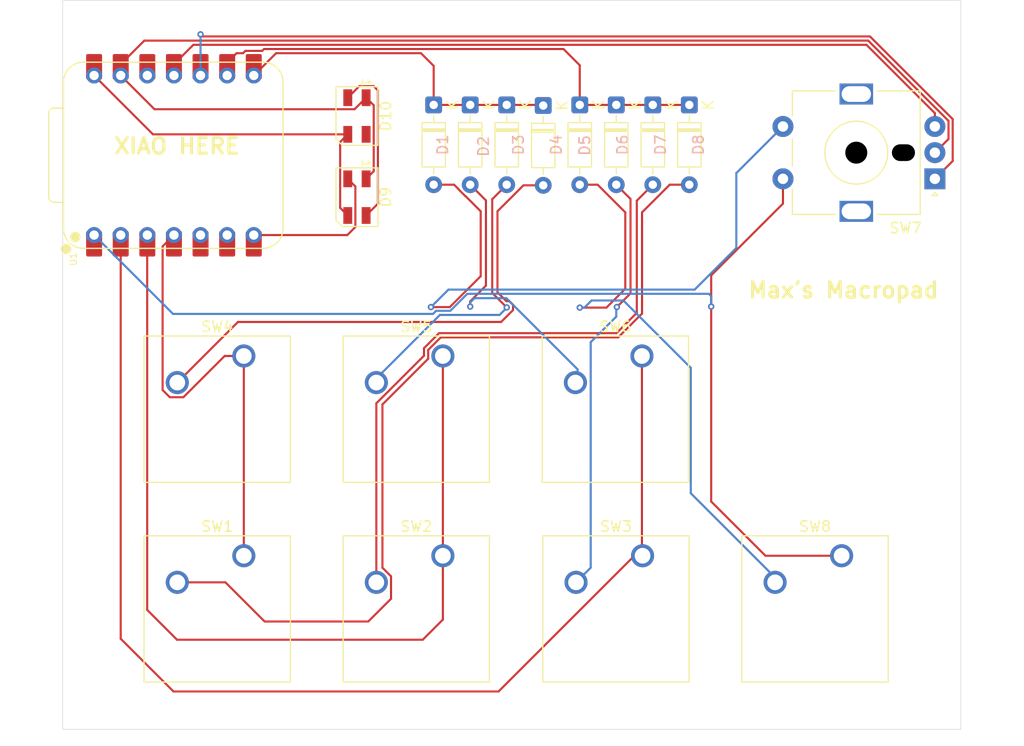
<source format=kicad_pcb>
(kicad_pcb (version 20241229) (generator "pcbnew") (generator_version "9.0")
  (layers (0 "F.Cu" signal) (2 "B.Cu" signal) (13 "F.Paste" user) (15 "B.Paste" user) (5 "F.SilkS" user "F.Silkscreen") (7 "B.SilkS" user "B.Silkscreen") (1 "F.Mask" user) (3 "B.Mask" user) (25 "Edge.Cuts" user))
  (net 0 "")
  (net 1 "Net-(D1-K)")
  (net 2 "Net-(D1-A)")
  (net 3 "Net-(D2-A)")
  (net 4 "Net-(D3-A)")
  (net 5 "Net-(D4-A)")
  (net 6 "Net-(D5-K)")
  (net 7 "Net-(D5-A)")
  (net 8 "Net-(D6-A)")
  (net 9 "Net-(D7-A)")
  (net 10 "Net-(D8-A)")
  (net 11 "Net-(D10-DIN)")
  (net 12 "Net-(D9-DIN)")
  (net 13 "GND")
  (net 14 "+5V")
  (net 16 "Net-(U1-GPIO29{slash}ADC3{slash}A3)")
  (net 17 "Net-(U1-GPIO28{slash}ADC2{slash}A2)")
  (net 18 "Net-(U1-GPIO27{slash}ADC1{slash}A1)")
  (net 19 "Net-(U1-GPIO4{slash}MISO)")
  (net 20 "Net-(U1-GPIO26{slash}ADC0{slash}A0)")
  (net 21 "Net-(U1-GPIO3{slash}MOSI)")
  (footprint "Button_Switch_Keyboard:SW_Cherry_MX_1.00u_PCB" (layer "F.Cu") (at 35.29 68)
    (property "Reference" "SW1" (at -2.54 -2.794 0) (layer "F.SilkS"))
    (property "Value" "SW_Push")
    (fp_line (start -9.525 -1.905) (end 4.445 -1.905) (stroke (width 0.12)) (layer "F.SilkS"))
    (fp_line (start -9.525 12.065) (end -9.525 -1.905) (stroke (width 0.12)) (layer "F.SilkS"))
    (fp_line (start 4.445 -1.905) (end 4.445 12.065) (stroke (width 0.12)) (layer "F.SilkS"))
    (fp_line (start 4.445 12.065) (end -9.525 12.065) (stroke (width 0.12)) (layer "F.SilkS"))
    (pad "" np_thru_hole circle (at -7.62 5.08) (size 1.7 1.7) (drill 1.7) (layers "*.Cu" "*.Mask"))
    (pad "" np_thru_hole circle (at -2.54 5.08) (size 4 4) (drill 4) (layers "*.Cu" "*.Mask"))
    (pad "" np_thru_hole circle (at 2.54 5.08) (size 1.7 1.7) (drill 1.7) (layers "*.Cu" "*.Mask"))
    (pad "1" thru_hole circle (at 0 0) (size 2.2 2.2) (drill 1.5) (layers "*.Cu" "*.Mask") (net 16 "Net-(U1-GPIO29{slash}ADC3{slash}A3)"))
    (pad "2" thru_hole circle (at -6.35 2.54) (size 2.2 2.2) (drill 1.5) (layers "*.Cu" "*.Mask") (net 2 "Net-(D1-A)"))
  )
  (footprint "MountingHole:MountingHole_3.2mm_M3" (layer "F.Cu") (at 100.3 59.9)
    (property "Reference" "REF**" (hide yes))
    (property "Value" "MountingHole_3.2mm_M3")
    (pad "" np_thru_hole circle (at 0 0) (size 3.2 3.2) (drill 3.2) (layers "*.Cu" "*.Mask"))
  )
  (footprint "LED_SMD:LED_SK6812MINI_PLCC4_3.5x3.5mm_P1.75mm" (layer "F.Cu") (at 46.0875 26 -90)
    (property "Reference" "D10" (at 0 -2.75 90) (layer "F.SilkS"))
    (property "Value" "SK6812")
    (fp_line (start -2.8 2) (end 2.2 2) (stroke (width 0.12)) (layer "F.SilkS"))
    (fp_line (start 2.8 1.4) (end 2.2 2) (stroke (width 0.12)) (layer "F.SilkS"))
    (fp_line (start 2.8 1.4) (end 2.8 -2) (stroke (width 0.12)) (layer "F.SilkS"))
    (fp_line (start -2.8 -2) (end -2.8 2) (stroke (width 0.12)) (layer "F.SilkS"))
    (fp_line (start -2.8 -2) (end 2.8 -2) (stroke (width 0.12)) (layer "F.SilkS"))
    (fp_text user "1" (at -3.2 -0.875 270) (layer "F.SilkS") (effects (font (size 0.8 0.8))))
    (pad "1" smd rect (at -1.75 -0.875 270) (size 1.6 0.85) (layers "F.Cu" "F.Mask" "F.Paste") (net 13 "GND"))
    (pad "2" smd rect (at -1.75 0.875 270) (size 1.6 0.85) (layers "F.Cu" "F.Mask" "F.Paste") (net 11 "Net-(D10-DIN)"))
    (pad "3" smd rect (at 1.75 0.875 270) (size 1.6 0.85) (layers "F.Cu" "F.Mask" "F.Paste") (net 14 "+5V"))
    (pad "4" smd rect (at 1.75 -0.875 270) (size 1.6 0.85) (layers "F.Cu" "F.Mask" "F.Paste"))
  )
  (footprint "Diode_THT:D_DO-35_SOD27_P7.62mm_Horizontal" (layer "F.Cu") (at 70.841071 24.94 -90)
    (property "Reference" "D3" (at 3.81 9.34 90) (layer "B.SilkS"))
    (property "Value" "1N4148" (hide yes))
    (fp_line (start 1.04 0) (end 1.69 0) (stroke (width 0.12)) (layer "F.SilkS"))
    (fp_line (start 6.58 0) (end 5.93 0) (stroke (width 0.12)) (layer "F.SilkS"))
    (fp_line (start 2.29 -1.12) (end 2.29 1.12) (stroke (width 0.12)) (layer "F.SilkS"))
    (fp_line (start 2.41 -1.12) (end 2.41 1.12) (stroke (width 0.12)) (layer "F.SilkS"))
    (fp_line (start 2.53 -1.12) (end 2.53 1.12) (stroke (width 0.12)) (layer "F.SilkS"))
    (fp_rect (start 1.69 -1.12) (end 5.93 1.12) (stroke (width 0.12)) (fill no) (layer "F.SilkS"))
    (fp_text user "K" (at 0 -1.8 90) (layer "F.SilkS"))
    (pad "1" thru_hole roundrect (at 0 0 270) (size 1.6 1.6) (drill 0.8) (layers "*.Cu" "*.Mask") (roundrect_rratio 0.15625) (net 1 "Net-(D1-K)"))
    (pad "2" thru_hole circle (at 7.62 0 270) (size 1.6 1.6) (drill 0.8) (layers "*.Cu" "*.Mask") (net 4 "Net-(D3-A)"))
  )
  (footprint "Button_Switch_Keyboard:SW_Cherry_MX_1.00u_PCB" (layer "F.Cu") (at 54.29 48.92)
    (property "Reference" "SW5" (at -2.54 -2.794 0) (layer "F.SilkS"))
    (property "Value" "SW_Push")
    (fp_line (start -9.525 -1.905) (end 4.445 -1.905) (stroke (width 0.12)) (layer "F.SilkS"))
    (fp_line (start -9.525 12.065) (end -9.525 -1.905) (stroke (width 0.12)) (layer "F.SilkS"))
    (fp_line (start 4.445 -1.905) (end 4.445 12.065) (stroke (width 0.12)) (layer "F.SilkS"))
    (fp_line (start 4.445 12.065) (end -9.525 12.065) (stroke (width 0.12)) (layer "F.SilkS"))
    (pad "" np_thru_hole circle (at -7.62 5.08) (size 1.7 1.7) (drill 1.7) (layers "*.Cu" "*.Mask"))
    (pad "" np_thru_hole circle (at -2.54 5.08) (size 4 4) (drill 4) (layers "*.Cu" "*.Mask"))
    (pad "" np_thru_hole circle (at 2.54 5.08) (size 1.7 1.7) (drill 1.7) (layers "*.Cu" "*.Mask"))
    (pad "1" thru_hole circle (at 0 0) (size 2.2 2.2) (drill 1.5) (layers "*.Cu" "*.Mask") (net 17 "Net-(U1-GPIO28{slash}ADC2{slash}A2)"))
    (pad "2" thru_hole circle (at -6.35 2.54) (size 2.2 2.2) (drill 1.5) (layers "*.Cu" "*.Mask") (net 8 "Net-(D6-A)"))
  )
  (footprint "Button_Switch_Keyboard:SW_Cherry_MX_1.00u_PCB" (layer "F.Cu") (at 54.29 68)
    (property "Reference" "SW2" (at -2.54 -2.794 0) (layer "F.SilkS"))
    (property "Value" "SW_Push")
    (fp_line (start -9.525 -1.905) (end 4.445 -1.905) (stroke (width 0.12)) (layer "F.SilkS"))
    (fp_line (start -9.525 12.065) (end -9.525 -1.905) (stroke (width 0.12)) (layer "F.SilkS"))
    (fp_line (start 4.445 -1.905) (end 4.445 12.065) (stroke (width 0.12)) (layer "F.SilkS"))
    (fp_line (start 4.445 12.065) (end -9.525 12.065) (stroke (width 0.12)) (layer "F.SilkS"))
    (pad "" np_thru_hole circle (at -7.62 5.08) (size 1.7 1.7) (drill 1.7) (layers "*.Cu" "*.Mask"))
    (pad "" np_thru_hole circle (at -2.54 5.08) (size 4 4) (drill 4) (layers "*.Cu" "*.Mask"))
    (pad "" np_thru_hole circle (at 2.54 5.08) (size 1.7 1.7) (drill 1.7) (layers "*.Cu" "*.Mask"))
    (pad "1" thru_hole circle (at 0 0) (size 2.2 2.2) (drill 1.5) (layers "*.Cu" "*.Mask") (net 17 "Net-(U1-GPIO28{slash}ADC2{slash}A2)"))
    (pad "2" thru_hole circle (at -6.35 2.54) (size 2.2 2.2) (drill 1.5) (layers "*.Cu" "*.Mask") (net 3 "Net-(D2-A)"))
  )
  (footprint "Seeed Studio XIAO Series Library:XIAO-RP2040-DIP" (layer "F.Cu") (at 28.62 29.75 90)
    (property "Reference" "U1" (at -9.93 -9.6 90) (layer "F.SilkS") (effects (font (size 0.635 0.635) (thickness 0.1016))))
    (property "Value" "XIAO-RP2040-DIP")
    (fp_line (start -3.991272 -11.951) (end 4.004 -11.951) (stroke (width 0.127)) (layer "F.SilkS"))
    (fp_line (start 4.504 -11.451) (end 4.504 -10.541) (stroke (width 0.127)) (layer "F.SilkS"))
    (fp_line (start 6.985 -10.541) (end -6.985 -10.541) (stroke (width 0.1)) (layer "F.SilkS"))
    (fp_line (start 6.985 -10.541) (end -6.985 -10.541) (stroke (width 0.127)) (layer "F.SilkS"))
    (fp_line (start -4.495 -10.541) (end -4.491272 -11.451272) (stroke (width 0.127)) (layer "F.SilkS"))
    (fp_line (start 8.89 8.509) (end 8.89 -8.636) (stroke (width 0.127)) (layer "F.SilkS"))
    (fp_line (start -8.89 8.509) (end -8.89 -8.636) (stroke (width 0.127)) (layer "F.SilkS"))
    (fp_line (start -6.985 10.414) (end 6.985 10.414) (stroke (width 0.127)) (layer "F.SilkS"))
    (fp_arc (start 4.004 -11.951) (mid 4.357553 -11.804553) (end 4.504 -11.451) (stroke (width 0.127)) (layer "F.SilkS"))
    (fp_arc (start -4.491272 -11.451272) (mid -4.344728 -11.80464) (end -3.991272 -11.951) (stroke (width 0.127)) (layer "F.SilkS"))
    (fp_arc (start 6.985 -10.541) (mid 8.332038 -9.983038) (end 8.89 -8.636) (stroke (width 0.127)) (layer "F.SilkS"))
    (fp_arc (start -8.89 -8.636) (mid -8.332038 -9.983038) (end -6.985 -10.541) (stroke (width 0.127)) (layer "F.SilkS"))
    (fp_arc (start 8.89 8.509) (mid 8.332038 9.856038) (end 6.985 10.414) (stroke (width 0.127)) (layer "F.SilkS"))
    (fp_arc (start -6.985 10.414) (mid -8.332038 9.856038) (end -8.89 8.509) (stroke (width 0.127)) (layer "F.SilkS"))
    (fp_circle (center -8.95 -10.3) (end -8.95 -10.554) (stroke (width 0.5)) (fill yes) (layer "F.SilkS"))
    (fp_circle (center -7.807 -9.42) (end -7.807 -9.674) (stroke (width 0.5)) (fill yes) (layer "F.SilkS"))
    (pad "1" smd roundrect (at -8.455 -7.62 270) (size 2.432 1.524) (layers "F.Cu" "F.Mask") (roundrect_rratio 0.1) (net 20 "Net-(U1-GPIO26{slash}ADC0{slash}A0)"))
    (pad "1" thru_hole circle (at -7.62 -7.62 270) (size 1.524 1.524) (drill 0.889) (layers "*.Cu" "*.Mask") (net 20 "Net-(U1-GPIO26{slash}ADC0{slash}A0)"))
    (pad "2" smd roundrect (at -8.455 -5.08 270) (size 2.432 1.524) (layers "F.Cu" "F.Mask") (roundrect_rratio 0.1) (net 18 "Net-(U1-GPIO27{slash}ADC1{slash}A1)"))
    (pad "2" thru_hole circle (at -7.62 -5.08 270) (size 1.524 1.524) (drill 0.889) (layers "*.Cu" "*.Mask") (net 18 "Net-(U1-GPIO27{slash}ADC1{slash}A1)"))
    (pad "3" smd roundrect (at -8.455 -2.54 270) (size 2.432 1.524) (layers "F.Cu" "F.Mask") (roundrect_rratio 0.1) (net 17 "Net-(U1-GPIO28{slash}ADC2{slash}A2)"))
    (pad "3" thru_hole circle (at -7.62 -2.54 270) (size 1.524 1.524) (drill 0.889) (layers "*.Cu" "*.Mask") (net 17 "Net-(U1-GPIO28{slash}ADC2{slash}A2)"))
    (pad "4" smd roundrect (at -8.455 0 270) (size 2.432 1.524) (layers "F.Cu" "F.Mask") (roundrect_rratio 0.1) (net 16 "Net-(U1-GPIO29{slash}ADC3{slash}A3)"))
    (pad "4" thru_hole circle (at -7.62 0 270) (size 1.524 1.524) (drill 0.889) (layers "*.Cu" "*.Mask") (net 16 "Net-(U1-GPIO29{slash}ADC3{slash}A3)"))
    (pad "5" smd roundrect (at -8.455 2.54 270) (size 2.432 1.524) (layers "F.Cu" "F.Mask") (roundrect_rratio 0.1))
    (pad "5" thru_hole circle (at -7.62 2.54 270) (size 1.524 1.524) (drill 0.889) (layers "*.Cu" "*.Mask"))
    (pad "6" smd roundrect (at -8.455 5.08 270) (size 2.432 1.524) (layers "F.Cu" "F.Mask") (roundrect_rratio 0.1))
    (pad "6" thru_hole circle (at -7.62 5.08 270) (size 1.524 1.524) (drill 0.889) (layers "*.Cu" "*.Mask"))
    (pad "7" smd roundrect (at -8.455 7.62 270) (size 2.432 1.524) (layers "F.Cu" "F.Mask") (roundrect_rratio 0.1) (net 12 "Net-(D9-DIN)"))
    (pad "7" thru_hole circle (at -7.62 7.62 270) (size 1.524 1.524) (drill 0.889) (layers "*.Cu" "*.Mask") (net 12 "Net-(D9-DIN)"))
    (pad "8" thru_hole circle (at 7.62 7.62 90) (size 1.524 1.524) (drill 0.889) (layers "*.Cu" "*.Mask") (net 6 "Net-(D5-K)"))
    (pad "8" smd roundrect (at 8.455 7.62 90) (size 2.432 1.524) (layers "F.Cu" "F.Mask") (roundrect_rratio 0.1) (net 6 "Net-(D5-K)"))
    (pad "9" thru_hole circle (at 7.62 5.08 90) (size 1.524 1.524) (drill 0.889) (layers "*.Cu" "*.Mask") (net 1 "Net-(D1-K)"))
    (pad "9" smd roundrect (at 8.455 5.08 90) (size 2.432 1.524) (layers "F.Cu" "F.Mask") (roundrect_rratio 0.1) (net 1 "Net-(D1-K)"))
    (pad "10" thru_hole circle (at 7.62 2.54 90) (size 1.524 1.524) (drill 0.889) (layers "*.Cu" "*.Mask") (net 19 "Net-(U1-GPIO4{slash}MISO)"))
    (pad "10" smd roundrect (at 8.455 2.54 90) (size 2.432 1.524) (layers "F.Cu" "F.Mask") (roundrect_rratio 0.1) (net 19 "Net-(U1-GPIO4{slash}MISO)"))
    (pad "11" thru_hole circle (at 7.62 0 90) (size 1.524 1.524) (drill 0.889) (layers "*.Cu" "*.Mask") (net 21 "Net-(U1-GPIO3{slash}MOSI)"))
    (pad "11" smd roundrect (at 8.455 0 90) (size 2.432 1.524) (layers "F.Cu" "F.Mask") (roundrect_rratio 0.1) (net 21 "Net-(U1-GPIO3{slash}MOSI)"))
    (pad "12" thru_hole circle (at 7.62 -2.54 90) (size 1.524 1.524) (drill 0.889) (layers "*.Cu" "*.Mask"))
    (pad "12" smd roundrect (at 8.455 -2.54 90) (size 2.432 1.524) (layers "F.Cu" "F.Mask") (roundrect_rratio 0.1))
    (pad "13" thru_hole circle (at 7.62 -5.08 90) (size 1.524 1.524) (drill 0.889) (layers "*.Cu" "*.Mask") (net 13 "GND"))
    (pad "13" smd roundrect (at 8.455 -5.08 90) (size 2.432 1.524) (layers "F.Cu" "F.Mask") (roundrect_rratio 0.1) (net 13 "GND"))
    (pad "14" thru_hole circle (at 7.62 -7.62 90) (size 1.524 1.524) (drill 0.889) (layers "*.Cu" "*.Mask") (net 14 "+5V"))
    (pad "14" smd roundrect (at 8.455 -7.62 90) (size 2.432 1.524) (layers "F.Cu" "F.Mask") (roundrect_rratio 0.1) (net 14 "+5V"))
  )
  (footprint "Button_Switch_Keyboard:SW_Cherry_MX_1.00u_PCB" (layer "F.Cu") (at 73.35 68)
    (property "Reference" "SW3" (at -2.54 -2.794 0) (layer "F.SilkS"))
    (property "Value" "SW_Push")
    (fp_line (start -9.525 -1.905) (end 4.445 -1.905) (stroke (width 0.12)) (layer "F.SilkS"))
    (fp_line (start -9.525 12.065) (end -9.525 -1.905) (stroke (width 0.12)) (layer "F.SilkS"))
    (fp_line (start 4.445 -1.905) (end 4.445 12.065) (stroke (width 0.12)) (layer "F.SilkS"))
    (fp_line (start 4.445 12.065) (end -9.525 12.065) (stroke (width 0.12)) (layer "F.SilkS"))
    (pad "" np_thru_hole circle (at -7.62 5.08) (size 1.7 1.7) (drill 1.7) (layers "*.Cu" "*.Mask"))
    (pad "" np_thru_hole circle (at -2.54 5.08) (size 4 4) (drill 4) (layers "*.Cu" "*.Mask"))
    (pad "" np_thru_hole circle (at 2.54 5.08) (size 1.7 1.7) (drill 1.7) (layers "*.Cu" "*.Mask"))
    (pad "1" thru_hole circle (at 0 0) (size 2.2 2.2) (drill 1.5) (layers "*.Cu" "*.Mask") (net 18 "Net-(U1-GPIO27{slash}ADC1{slash}A1)"))
    (pad "2" thru_hole circle (at -6.35 2.54) (size 2.2 2.2) (drill 1.5) (layers "*.Cu" "*.Mask") (net 4 "Net-(D3-A)"))
  )
  (footprint "Button_Switch_Keyboard:SW_Cherry_MX_1.00u_PCB" (layer "F.Cu") (at 92.35 68)
    (property "Reference" "SW8" (at -2.54 -2.794 0) (layer "F.SilkS"))
    (property "Value" "SW_Push")
    (fp_line (start -9.525 -1.905) (end 4.445 -1.905) (stroke (width 0.12)) (layer "F.SilkS"))
    (fp_line (start -9.525 12.065) (end -9.525 -1.905) (stroke (width 0.12)) (layer "F.SilkS"))
    (fp_line (start 4.445 -1.905) (end 4.445 12.065) (stroke (width 0.12)) (layer "F.SilkS"))
    (fp_line (start 4.445 12.065) (end -9.525 12.065) (stroke (width 0.12)) (layer "F.SilkS"))
    (pad "" np_thru_hole circle (at -7.62 5.08) (size 1.7 1.7) (drill 1.7) (layers "*.Cu" "*.Mask"))
    (pad "" np_thru_hole circle (at -2.54 5.08) (size 4 4) (drill 4) (layers "*.Cu" "*.Mask"))
    (pad "" np_thru_hole circle (at 2.54 5.08) (size 1.7 1.7) (drill 1.7) (layers "*.Cu" "*.Mask"))
    (pad "1" thru_hole circle (at 0 0) (size 2.2 2.2) (drill 1.5) (layers "*.Cu" "*.Mask") (net 20 "Net-(U1-GPIO26{slash}ADC0{slash}A0)"))
    (pad "2" thru_hole circle (at -6.35 2.54) (size 2.2 2.2) (drill 1.5) (layers "*.Cu" "*.Mask") (net 5 "Net-(D4-A)"))
  )
  (footprint "Diode_THT:D_DO-35_SOD27_P7.62mm_Horizontal" (layer "F.Cu") (at 67.355357 24.94 -90)
    (property "Reference" "D4" (at 3.81 2.24 90) (layer "B.SilkS"))
    (property "Value" "1N4148" (hide yes))
    (fp_line (start 1.04 0) (end 1.69 0) (stroke (width 0.12)) (layer "F.SilkS"))
    (fp_line (start 6.58 0) (end 5.93 0) (stroke (width 0.12)) (layer "F.SilkS"))
    (fp_line (start 2.29 -1.12) (end 2.29 1.12) (stroke (width 0.12)) (layer "F.SilkS"))
    (fp_line (start 2.41 -1.12) (end 2.41 1.12) (stroke (width 0.12)) (layer "F.SilkS"))
    (fp_line (start 2.53 -1.12) (end 2.53 1.12) (stroke (width 0.12)) (layer "F.SilkS"))
    (fp_rect (start 1.69 -1.12) (end 5.93 1.12) (stroke (width 0.12)) (fill no) (layer "F.SilkS"))
    (fp_text user "K" (at 0 -1.8 90) (layer "F.SilkS"))
    (pad "1" thru_hole roundrect (at 0 0 270) (size 1.6 1.6) (drill 0.8) (layers "*.Cu" "*.Mask") (roundrect_rratio 0.15625) (net 1 "Net-(D1-K)"))
    (pad "2" thru_hole circle (at 7.62 0 270) (size 1.6 1.6) (drill 0.8) (layers "*.Cu" "*.Mask") (net 5 "Net-(D4-A)"))
  )
  (footprint "Button_Switch_Keyboard:SW_Cherry_MX_1.00u_PCB" (layer "F.Cu") (at 73.29 48.92)
    (property "Reference" "SW6" (at -2.54 -2.794 0) (layer "F.SilkS"))
    (property "Value" "SW_Push")
    (fp_line (start -9.525 -1.905) (end 4.445 -1.905) (stroke (width 0.12)) (layer "F.SilkS"))
    (fp_line (start -9.525 12.065) (end -9.525 -1.905) (stroke (width 0.12)) (layer "F.SilkS"))
    (fp_line (start 4.445 -1.905) (end 4.445 12.065) (stroke (width 0.12)) (layer "F.SilkS"))
    (fp_line (start 4.445 12.065) (end -9.525 12.065) (stroke (width 0.12)) (layer "F.SilkS"))
    (pad "" np_thru_hole circle (at -7.62 5.08) (size 1.7 1.7) (drill 1.7) (layers "*.Cu" "*.Mask"))
    (pad "" np_thru_hole circle (at -2.54 5.08) (size 4 4) (drill 4) (layers "*.Cu" "*.Mask"))
    (pad "" np_thru_hole circle (at 2.54 5.08) (size 1.7 1.7) (drill 1.7) (layers "*.Cu" "*.Mask"))
    (pad "1" thru_hole circle (at 0 0) (size 2.2 2.2) (drill 1.5) (layers "*.Cu" "*.Mask") (net 18 "Net-(U1-GPIO27{slash}ADC1{slash}A1)"))
    (pad "2" thru_hole circle (at -6.35 2.54) (size 2.2 2.2) (drill 1.5) (layers "*.Cu" "*.Mask") (net 9 "Net-(D7-A)"))
  )
  (footprint "Diode_THT:D_DO-35_SOD27_P7.62mm_Horizontal" (layer "F.Cu") (at 60.383929 24.94 -90)
    (property "Reference" "D6" (at 3.81 -11.06 90) (layer "B.SilkS"))
    (property "Value" "1N4148" (hide yes))
    (fp_line (start 1.04 0) (end 1.69 0) (stroke (width 0.12)) (layer "F.SilkS"))
    (fp_line (start 6.58 0) (end 5.93 0) (stroke (width 0.12)) (layer "F.SilkS"))
    (fp_line (start 2.29 -1.12) (end 2.29 1.12) (stroke (width 0.12)) (layer "F.SilkS"))
    (fp_line (start 2.41 -1.12) (end 2.41 1.12) (stroke (width 0.12)) (layer "F.SilkS"))
    (fp_line (start 2.53 -1.12) (end 2.53 1.12) (stroke (width 0.12)) (layer "F.SilkS"))
    (fp_rect (start 1.69 -1.12) (end 5.93 1.12) (stroke (width 0.12)) (fill no) (layer "F.SilkS"))
    (fp_text user "K" (at 0 -1.8 90) (layer "F.SilkS"))
    (pad "1" thru_hole roundrect (at 0 0 270) (size 1.6 1.6) (drill 0.8) (layers "*.Cu" "*.Mask") (roundrect_rratio 0.15625) (net 6 "Net-(D5-K)"))
    (pad "2" thru_hole circle (at 7.62 0 270) (size 1.6 1.6) (drill 0.8) (layers "*.Cu" "*.Mask") (net 8 "Net-(D6-A)"))
  )
  (footprint "Diode_THT:D_DO-35_SOD27_P7.62mm_Horizontal" (layer "F.Cu") (at 77.8125 24.94 -90)
    (property "Reference" "D1" (at 3.81 23.54 90) (layer "B.SilkS"))
    (property "Value" "1N4148" (hide yes))
    (fp_line (start 1.04 0) (end 1.69 0) (stroke (width 0.12)) (layer "F.SilkS"))
    (fp_line (start 6.58 0) (end 5.93 0) (stroke (width 0.12)) (layer "F.SilkS"))
    (fp_line (start 2.29 -1.12) (end 2.29 1.12) (stroke (width 0.12)) (layer "F.SilkS"))
    (fp_line (start 2.41 -1.12) (end 2.41 1.12) (stroke (width 0.12)) (layer "F.SilkS"))
    (fp_line (start 2.53 -1.12) (end 2.53 1.12) (stroke (width 0.12)) (layer "F.SilkS"))
    (fp_rect (start 1.69 -1.12) (end 5.93 1.12) (stroke (width 0.12)) (fill no) (layer "F.SilkS"))
    (fp_text user "K" (at 0 -1.8 90) (layer "F.SilkS"))
    (pad "1" thru_hole roundrect (at 0 0 270) (size 1.6 1.6) (drill 0.8) (layers "*.Cu" "*.Mask") (roundrect_rratio 0.15625) (net 1 "Net-(D1-K)"))
    (pad "2" thru_hole circle (at 7.62 0 270) (size 1.6 1.6) (drill 0.8) (layers "*.Cu" "*.Mask") (net 2 "Net-(D1-A)"))
  )
  (footprint "Diode_THT:D_DO-35_SOD27_P7.62mm_Horizontal" (layer "F.Cu") (at 74.326786 24.94 -90)
    (property "Reference" "D2" (at 3.96 16.1575 90) (layer "B.SilkS"))
    (property "Value" "1N4148" (hide yes))
    (fp_line (start 1.04 0) (end 1.69 0) (stroke (width 0.12)) (layer "F.SilkS"))
    (fp_line (start 6.58 0) (end 5.93 0) (stroke (width 0.12)) (layer "F.SilkS"))
    (fp_line (start 2.29 -1.12) (end 2.29 1.12) (stroke (width 0.12)) (layer "F.SilkS"))
    (fp_line (start 2.41 -1.12) (end 2.41 1.12) (stroke (width 0.12)) (layer "F.SilkS"))
    (fp_line (start 2.53 -1.12) (end 2.53 1.12) (stroke (width 0.12)) (layer "F.SilkS"))
    (fp_rect (start 1.69 -1.12) (end 5.93 1.12) (stroke (width 0.12)) (fill no) (layer "F.SilkS"))
    (fp_text user "K" (at 0 -1.8 90) (layer "F.SilkS"))
    (pad "1" thru_hole roundrect (at 0 0 270) (size 1.6 1.6) (drill 0.8) (layers "*.Cu" "*.Mask") (roundrect_rratio 0.15625) (net 1 "Net-(D1-K)"))
    (pad "2" thru_hole circle (at 7.62 0 270) (size 1.6 1.6) (drill 0.8) (layers "*.Cu" "*.Mask") (net 3 "Net-(D2-A)"))
  )
  (footprint "MountingHole:MountingHole_3.2mm_M3" (layer "F.Cu") (at 43.1 41)
    (property "Reference" "REF**" (hide yes))
    (property "Value" "MountingHole_3.2mm_M3")
    (pad "" np_thru_hole circle (at 0 0) (size 3.2 3.2) (drill 3.2) (layers "*.Cu" "*.Mask"))
  )
  (footprint "LED_SMD:LED_SK6812MINI_PLCC4_3.5x3.5mm_P1.75mm" (layer "F.Cu") (at 46.0875 33.75 -90)
    (property "Reference" "D9" (at 0 -2.75 90) (layer "F.SilkS"))
    (property "Value" "SK6812")
    (fp_line (start -2.8 2) (end 2.2 2) (stroke (width 0.12)) (layer "F.SilkS"))
    (fp_line (start 2.8 1.4) (end 2.2 2) (stroke (width 0.12)) (layer "F.SilkS"))
    (fp_line (start 2.8 1.4) (end 2.8 -2) (stroke (width 0.12)) (layer "F.SilkS"))
    (fp_line (start -2.8 -2) (end -2.8 2) (stroke (width 0.12)) (layer "F.SilkS"))
    (fp_line (start -2.8 -2) (end 2.8 -2) (stroke (width 0.12)) (layer "F.SilkS"))
    (fp_text user "1" (at -3.2 -0.875 270) (layer "F.SilkS") (effects (font (size 0.8 0.8))))
    (pad "1" smd rect (at -1.75 -0.875 270) (size 1.6 0.85) (layers "F.Cu" "F.Mask" "F.Paste") (net 13 "GND"))
    (pad "2" smd rect (at -1.75 0.875 270) (size 1.6 0.85) (layers "F.Cu" "F.Mask" "F.Paste") (net 12 "Net-(D9-DIN)"))
    (pad "3" smd rect (at 1.75 0.875 270) (size 1.6 0.85) (layers "F.Cu" "F.Mask" "F.Paste") (net 14 "+5V"))
    (pad "4" smd rect (at 1.75 -0.875 270) (size 1.6 0.85) (layers "F.Cu" "F.Mask" "F.Paste") (net 11 "Net-(D10-DIN)"))
  )
  (footprint "Diode_THT:D_DO-35_SOD27_P7.62mm_Horizontal" (layer "F.Cu") (at 63.869643 25 -90)
    (property "Reference" "D5" (at 3.81 -3.96 90) (layer "B.SilkS"))
    (property "Value" "1N4148" (hide yes))
    (fp_line (start 1.04 0) (end 1.69 0) (stroke (width 0.12)) (layer "F.SilkS"))
    (fp_line (start 6.58 0) (end 5.93 0) (stroke (width 0.12)) (layer "F.SilkS"))
    (fp_line (start 2.29 -1.12) (end 2.29 1.12) (stroke (width 0.12)) (layer "F.SilkS"))
    (fp_line (start 2.41 -1.12) (end 2.41 1.12) (stroke (width 0.12)) (layer "F.SilkS"))
    (fp_line (start 2.53 -1.12) (end 2.53 1.12) (stroke (width 0.12)) (layer "F.SilkS"))
    (fp_rect (start 1.69 -1.12) (end 5.93 1.12) (stroke (width 0.12)) (fill no) (layer "F.SilkS"))
    (fp_text user "K" (at 0 -1.8 90) (layer "F.SilkS"))
    (pad "1" thru_hole roundrect (at 0 0 270) (size 1.6 1.6) (drill 0.8) (layers "*.Cu" "*.Mask") (roundrect_rratio 0.15625) (net 6 "Net-(D5-K)"))
    (pad "2" thru_hole circle (at 7.62 0 270) (size 1.6 1.6) (drill 0.8) (layers "*.Cu" "*.Mask") (net 7 "Net-(D5-A)"))
  )
  (footprint "Button_Switch_Keyboard:SW_Cherry_MX_1.00u_PCB" (layer "F.Cu") (at 35.29 48.92)
    (property "Reference" "SW4" (at -2.54 -2.794 0) (layer "F.SilkS"))
    (property "Value" "SW_Push")
    (fp_line (start -9.525 -1.905) (end 4.445 -1.905) (stroke (width 0.12)) (layer "F.SilkS"))
    (fp_line (start -9.525 12.065) (end -9.525 -1.905) (stroke (width 0.12)) (layer "F.SilkS"))
    (fp_line (start 4.445 -1.905) (end 4.445 12.065) (stroke (width 0.12)) (layer "F.SilkS"))
    (fp_line (start 4.445 12.065) (end -9.525 12.065) (stroke (width 0.12)) (layer "F.SilkS"))
    (pad "" np_thru_hole circle (at -7.62 5.08) (size 1.7 1.7) (drill 1.7) (layers "*.Cu" "*.Mask"))
    (pad "" np_thru_hole circle (at -2.54 5.08) (size 4 4) (drill 4) (layers "*.Cu" "*.Mask"))
    (pad "" np_thru_hole circle (at 2.54 5.08) (size 1.7 1.7) (drill 1.7) (layers "*.Cu" "*.Mask"))
    (pad "1" thru_hole circle (at 0 0) (size 2.2 2.2) (drill 1.5) (layers "*.Cu" "*.Mask") (net 16 "Net-(U1-GPIO29{slash}ADC3{slash}A3)"))
    (pad "2" thru_hole circle (at -6.35 2.54) (size 2.2 2.2) (drill 1.5) (layers "*.Cu" "*.Mask") (net 7 "Net-(D5-A)"))
  )
  (footprint "Diode_THT:D_DO-35_SOD27_P7.62mm_Horizontal" (layer "F.Cu") (at 53.4125 24.94 -90)
    (property "Reference" "D8" (at 3.81 -25.26 90) (layer "B.SilkS"))
    (property "Value" "1N4148")
    (fp_line (start 1.04 0) (end 1.69 0) (stroke (width 0.12)) (layer "F.SilkS"))
    (fp_line (start 6.58 0) (end 5.93 0) (stroke (width 0.12)) (layer "F.SilkS"))
    (fp_line (start 2.29 -1.12) (end 2.29 1.12) (stroke (width 0.12)) (layer "F.SilkS"))
    (fp_line (start 2.41 -1.12) (end 2.41 1.12) (stroke (width 0.12)) (layer "F.SilkS"))
    (fp_line (start 2.53 -1.12) (end 2.53 1.12) (stroke (width 0.12)) (layer "F.SilkS"))
    (fp_rect (start 1.69 -1.12) (end 5.93 1.12) (stroke (width 0.12)) (fill no) (layer "F.SilkS"))
    (fp_text user "K" (at 0 -1.8 90) (layer "F.SilkS"))
    (pad "1" thru_hole roundrect (at 0 0 270) (size 1.6 1.6) (drill 0.8) (layers "*.Cu" "*.Mask") (roundrect_rratio 0.15625) (net 6 "Net-(D5-K)"))
    (pad "2" thru_hole circle (at 7.62 0 270) (size 1.6 1.6) (drill 0.8) (layers "*.Cu" "*.Mask") (net 10 "Net-(D8-A)"))
  )
  (footprint "Diode_THT:D_DO-35_SOD27_P7.62mm_Horizontal" (layer "F.Cu") (at 56.898214 24.94 -90)
    (property "Reference" "D7" (at 3.81 -18.16 90) (layer "B.SilkS"))
    (property "Value" "1N4148" (hide yes))
    (fp_line (start 1.04 0) (end 1.69 0) (stroke (width 0.12)) (layer "F.SilkS"))
    (fp_line (start 6.58 0) (end 5.93 0) (stroke (width 0.12)) (layer "F.SilkS"))
    (fp_line (start 2.29 -1.12) (end 2.29 1.12) (stroke (width 0.12)) (layer "F.SilkS"))
    (fp_line (start 2.41 -1.12) (end 2.41 1.12) (stroke (width 0.12)) (layer "F.SilkS"))
    (fp_line (start 2.53 -1.12) (end 2.53 1.12) (stroke (width 0.12)) (layer "F.SilkS"))
    (fp_rect (start 1.69 -1.12) (end 5.93 1.12) (stroke (width 0.12)) (fill no) (layer "F.SilkS"))
    (fp_text user "K" (at 0 -1.8 90) (layer "F.SilkS"))
    (pad "1" thru_hole roundrect (at 0 0 270) (size 1.6 1.6) (drill 0.8) (layers "*.Cu" "*.Mask") (roundrect_rratio 0.15625) (net 6 "Net-(D5-K)"))
    (pad "2" thru_hole circle (at 7.62 0 270) (size 1.6 1.6) (drill 0.8) (layers "*.Cu" "*.Mask") (net 9 "Net-(D7-A)"))
  )
  (footprint "Rotary_Encoder:RotaryEncoder_Alps_EC11E-Switch_Vertical_H20mm_MountingHoles" (layer "F.Cu") (at 101.25 32 180)
    (property "Reference" "SW7" (at 2.8 -4.7 0) (layer "F.SilkS"))
    (property "Value" "RotaryEncoder_Switch")
    (fp_line (start 13.6 8.4) (end 9.5 8.4) (stroke (width 0.12)) (layer "F.SilkS"))
    (fp_line (start 13.6 6) (end 13.6 8.4) (stroke (width 0.12)) (layer "F.SilkS"))
    (fp_line (start 13.6 1.2) (end 13.6 3.8) (stroke (width 0.12)) (layer "F.SilkS"))
    (fp_line (start 13.6 -3.4) (end 13.6 -1) (stroke (width 0.12)) (layer "F.SilkS"))
    (fp_line (start 9.5 -3.4) (end 13.6 -3.4) (stroke (width 0.12)) (layer "F.SilkS"))
    (fp_line (start 5.5 8.4) (end 1.4 8.4) (stroke (width 0.12)) (layer "F.SilkS"))
    (fp_line (start 5.5 -3.4) (end 1.4 -3.4) (stroke (width 0.12)) (layer "F.SilkS"))
    (fp_line (start 1.4 -3.4) (end 1.4 8.4) (stroke (width 0.12)) (layer "F.SilkS"))
    (fp_line (start 0.3 -1.6) (end 0 -1.3) (stroke (width 0.12)) (layer "F.SilkS"))
    (fp_line (start 0 -1.3) (end -0.3 -1.6) (stroke (width 0.12)) (layer "F.SilkS"))
    (fp_line (start -0.3 -1.6) (end 0.3 -1.6) (stroke (width 0.12)) (layer "F.SilkS"))
    (fp_circle (center 7.5 2.5) (end 10.5 2.5) (stroke (width 0.12)) (fill no) (layer "F.SilkS"))
    (pad "" np_thru_hole oval (at 3 2.5 180) (size 2.2 1.6) (drill oval 2.2 1.6) (layers "*.Mask"))
    (pad "" np_thru_hole circle (at 7.5 2.5 180) (size 2.1 2.1) (drill 2.1) (layers "*.Mask"))
    (pad "A" thru_hole rect (at 0 0 180) (size 2 2) (drill 1) (layers "*.Cu" "*.Mask") (net 19 "Net-(U1-GPIO4{slash}MISO)"))
    (pad "B" thru_hole circle (at 0 5 180) (size 2 2) (drill 1) (layers "*.Cu" "*.Mask") (net 21 "Net-(U1-GPIO3{slash}MOSI)"))
    (pad "C" thru_hole circle (at 0 2.5 180) (size 2 2) (drill 1) (layers "*.Cu" "*.Mask") (net 13 "GND"))
    (pad "MP" thru_hole rect (at 7.5 -3.1 180) (size 3.2 2) (drill oval 2.8 1.5) (layers "*.Cu" "*.Mask"))
    (pad "MP" thru_hole rect (at 7.5 8.1 180) (size 3.2 2) (drill oval 2.8 1.5) (layers "*.Cu" "*.Mask"))
    (pad "S1" thru_hole circle (at 14.5 5 180) (size 2 2) (drill 1) (layers "*.Cu" "*.Mask") (net 10 "Net-(D8-A)"))
    (pad "S2" thru_hole circle (at 14.5 0 180) (size 2 2) (drill 1) (layers "*.Cu" "*.Mask") (net 20 "Net-(U1-GPIO26{slash}ADC0{slash}A0)"))
  )
  (footprint "MountingHole:MountingHole_3.2mm_M3" (layer "F.Cu") (at 21.5 81.2)
    (property "Reference" "REF**" (hide yes))
    (property "Value" "MountingHole_3.2mm_M3")
    (pad "" np_thru_hole circle (at 0 0) (size 3.2 3.2) (drill 3.2) (layers "*.Cu" "*.Mask"))
  )
  (gr_rect (start 18 14.94375) (end 103.725 84.58125) (stroke (width 0.05)) (fill no) (layer "Edge.Cuts"))
  (gr_text "XIAO HERE" (at 22.75 29.75 0) (layer "F.SilkS") (effects (font (size 1.5 1.5) (thickness 0.3) (bold yes)) (justify left bottom)))
  (gr_text "Max's Macropad" (at 83.3 43.5 0) (layer "F.SilkS") (effects (font (size 1.5 1.5) (thickness 0.3) (bold yes)) (justify left bottom)))
  (segment (start 37.041626 19.778) (end 35.438374 19.778) (width 0.2) (layer "F.Cu") (net 1))
  (segment (start 67.355357 21.155357) (end 65.8 19.6) (width 0.2) (layer "F.Cu") (net 1))
  (segment (start 33.7 20.9) (end 33.7 22.13) (width 0.2) (layer "F.Cu") (net 1))
  (segment (start 35.216374 20) (end 34.6 20) (width 0.2) (layer "F.Cu") (net 1))
  (segment (start 70.841071 24.94) (end 74.326786 24.94) (width 0.2) (layer "F.Cu") (net 1))
  (segment (start 74.326786 24.94) (end 77.8125 24.94) (width 0.2) (layer "F.Cu") (net 1))
  (segment (start 67.355357 24.94) (end 70.841071 24.94) (width 0.2) (layer "F.Cu") (net 1))
  (segment (start 35.438374 19.778) (end 35.216374 20) (width 0.2) (layer "F.Cu") (net 1))
  (segment (start 67.355357 24.94) (end 67.355357 21.155357) (width 0.2) (layer "F.Cu") (net 1))
  (segment (start 65.8 19.6) (end 37.219626 19.6) (width 0.2) (layer "F.Cu") (net 1))
  (segment (start 34.6 20) (end 33.7 20.9) (width 0.2) (layer "F.Cu") (net 1))
  (segment (start 37.219626 19.6) (end 37.041626 19.778) (width 0.2) (layer "F.Cu") (net 1))
  (segment (start 37.275816 74.281) (end 33.534816 70.54) (width 0.2) (layer "F.Cu") (net 2))
  (segment (start 47.16747 74.281) (end 37.275816 74.281) (width 0.2) (layer "F.Cu") (net 2))
  (segment (start 48.520314 69.139) (end 49.341 69.959686) (width 0.2) (layer "F.Cu") (net 2))
  (segment (start 52.889 49.181) (end 48.520314 53.549686) (width 0.2) (layer "F.Cu") (net 2))
  (segment (start 48.520314 53.549686) (end 48.520314 69.139) (width 0.2) (layer "F.Cu") (net 2))
  (segment (start 71.0261 47.141) (end 54.087686 47.141) (width 0.2) (layer "F.Cu") (net 2))
  (segment (start 75.94 32.56) (end 73.3 35.2) (width 0.2) (layer "F.Cu") (net 2))
  (segment (start 49.341 72.10747) (end 47.16747 74.281) (width 0.2) (layer "F.Cu") (net 2))
  (segment (start 52.889 48.339686) (end 52.889 49.181) (width 0.2) (layer "F.Cu") (net 2))
  (segment (start 73.3 35.2) (end 73.3 44.8671) (width 0.2) (layer "F.Cu") (net 2))
  (segment (start 73.3 44.8671) (end 71.0261 47.141) (width 0.2) (layer "F.Cu") (net 2))
  (segment (start 49.341 69.959686) (end 49.341 72.10747) (width 0.2) (layer "F.Cu") (net 2))
  (segment (start 33.534816 70.54) (end 28.94 70.54) (width 0.2) (layer "F.Cu") (net 2))
  (segment (start 54.087686 47.141) (end 52.889 48.339686) (width 0.2) (layer "F.Cu") (net 2))
  (segment (start 77.8125 32.56) (end 75.94 32.56) (width 0.2) (layer "F.Cu") (net 2))
  (segment (start 72.8 34.086786) (end 72.8 44.8) (width 0.2) (layer "F.Cu") (net 3))
  (segment (start 70.86 46.74) (end 53.921586 46.74) (width 0.2) (layer "F.Cu") (net 3))
  (segment (start 72.8 44.8) (end 70.86 46.74) (width 0.2) (layer "F.Cu") (net 3))
  (segment (start 74.326786 32.56) (end 72.8 34.086786) (width 0.2) (layer "F.Cu") (net 3))
  (segment (start 53.921586 46.74) (end 52.488 48.173586) (width 0.2) (layer "F.Cu") (net 3))
  (segment (start 52.488 48.893314) (end 47.94 53.441314) (width 0.2) (layer "F.Cu") (net 3))
  (segment (start 52.488 48.173586) (end 52.488 48.893314) (width 0.2) (layer "F.Cu") (net 3))
  (segment (start 47.94 53.441314) (end 47.94 70.54) (width 0.2) (layer "F.Cu") (net 3))
  (segment (start 48.16 70.32) (end 47.94 70.54) (width 0.2) (layer "F.Cu") (net 3))
  (segment (start 72.2 33.918929) (end 70.841071 32.56) (width 0.2) (layer "F.Cu") (net 4))
  (segment (start 70.895536 44.245536) (end 72.2 42.941071) (width 0.2) (layer "F.Cu") (net 4))
  (segment (start 72.2 42.941071) (end 72.2 33.918929) (width 0.2) (layer "F.Cu") (net 4))
  (via (at 70.895536 44.245536) (size 0.6) (drill 0.3) (layers "F.Cu" "B.Cu") (net 4))
  (segment (start 70.841071 45.158929) (end 68.399 47.601) (width 0.2) (layer "B.Cu") (net 4))
  (segment (start 68.399 69.141) (end 67 70.54) (width 0.2) (layer "B.Cu") (net 4))
  (segment (start 70.841071 44.300001) (end 70.841071 45.158929) (width 0.2) (layer "B.Cu") (net 4))
  (segment (start 68.399 47.601) (end 68.399 69.141) (width 0.2) (layer "B.Cu") (net 4))
  (segment (start 70.895536 44.245536) (end 70.841071 44.300001) (width 0.2) (layer "B.Cu") (net 4))
  (segment (start 69.9 44.3) (end 71.7 42.5) (width 0.2) (layer "F.Cu") (net 5))
  (segment (start 69.06 32.56) (end 67.355357 32.56) (width 0.2) (layer "F.Cu") (net 5))
  (segment (start 71.7 42.5) (end 71.7 35.2) (width 0.2) (layer "F.Cu") (net 5))
  (segment (start 71.7 35.2) (end 69.06 32.56) (width 0.2) (layer "F.Cu") (net 5))
  (segment (start 67.355357 44.3) (end 69.9 44.3) (width 0.2) (layer "F.Cu") (net 5))
  (via (at 67.355357 44.3) (size 0.6) (drill 0.3) (layers "F.Cu" "B.Cu") (net 5))
  (segment (start 71.52 43.62) (end 77.95 50.05) (width 0.2) (layer "B.Cu") (net 5))
  (segment (start 77.95 62.0275) (end 86.4625 70.54) (width 0.2) (layer "B.Cu") (net 5))
  (segment (start 67.355357 44.3) (end 67.8 44.3) (width 0.2) (layer "B.Cu") (net 5))
  (segment (start 67.8 44.3) (end 68.48 43.62) (width 0.2) (layer "B.Cu") (net 5))
  (segment (start 77.95 50.05) (end 77.95 62.0275) (width 0.2) (layer "B.Cu") (net 5))
  (segment (start 68.48 43.62) (end 71.52 43.62) (width 0.2) (layer "B.Cu") (net 5))
  (segment (start 56.898214 24.94) (end 60.383929 24.94) (width 0.2) (layer "F.Cu") (net 6))
  (segment (start 53.54 24.94) (end 53.7 25.1) (width 0.2) (layer "F.Cu") (net 6))
  (segment (start 53.4125 24.94) (end 56.898214 24.94) (width 0.2) (layer "F.Cu") (net 6))
  (segment (start 38.37 20) (end 36.24 22.13) (width 0.2) (layer "F.Cu") (net 6))
  (segment (start 53.4125 24.94) (end 53.4125 21.2125) (width 0.2) (layer "F.Cu") (net 6))
  (segment (start 63.809643 24.94) (end 63.869643 25) (width 0.2) (layer "F.Cu") (net 6))
  (segment (start 53.4125 24.94) (end 53.54 24.94) (width 0.2) (layer "F.Cu") (net 6))
  (segment (start 52.2 20) (end 38.37 20) (width 0.2) (layer "F.Cu") (net 6))
  (segment (start 60.383929 24.94) (end 63.809643 24.94) (width 0.2) (layer "F.Cu") (net 6))
  (segment (start 53.4125 21.2125) (end 52.2 20) (width 0.2) (layer "F.Cu") (net 6))
  (segment (start 60.984929 44.532872) (end 60.984929 44.034986) (width 0.2) (layer "F.Cu") (net 7))
  (segment (start 34.728199 45.671801) (end 28.94 51.46) (width 0.2) (layer "F.Cu") (net 7))
  (segment (start 61.98 32.62) (end 63.869643 32.62) (width 0.2) (layer "F.Cu") (net 7))
  (segment (start 59.846 45.671801) (end 34.728199 45.671801) (width 0.2) (layer "F.Cu") (net 7))
  (segment (start 59.5 42.8329) (end 59.5 35.1) (width 0.2) (layer "F.Cu") (net 7))
  (segment (start 60.350029 43.682929) (end 59.5 42.8329) (width 0.2) (layer "F.Cu") (net 7))
  (segment (start 59.5 35.1) (end 61.98 32.62) (width 0.2) (layer "F.Cu") (net 7))
  (segment (start 60.984929 44.034986) (end 60.632872 43.682929) (width 0.2) (layer "F.Cu") (net 7))
  (segment (start 60.984929 44.532872) (end 59.846 45.671801) (width 0.2) (layer "F.Cu") (net 7))
  (segment (start 60.632872 43.682929) (end 60.350029 43.682929) (width 0.2) (layer "F.Cu") (net 7))
  (segment (start 60.383929 44.283929) (end 59 42.9) (width 0.2) (layer "F.Cu") (net 8))
  (segment (start 59 42.9) (end 59 33.943929) (width 0.2) (layer "F.Cu") (net 8))
  (segment (start 59 33.943929) (end 60.383929 32.56) (width 0.2) (layer "F.Cu") (net 8))
  (via (at 60.383929 44.283929) (size 0.6) (drill 0.3) (layers "F.Cu" "B.Cu") (net 8))
  (segment (start 60.383929 44.283929) (end 60.383929 44.31607) (width 0.2) (layer "B.Cu") (net 8))
  (segment (start 60.383929 44.31607) (end 59.699999 45) (width 0.2) (layer "B.Cu") (net 8))
  (segment (start 54.0075 45) (end 47.7975 51.21) (width 0.2) (layer "B.Cu") (net 8))
  (segment (start 59.699999 45) (end 54.0075 45) (width 0.2) (layer "B.Cu") (net 8))
  (segment (start 56.9 44.2) (end 56.9 43.7) (width 0.2) (layer "F.Cu") (net 9))
  (segment (start 58.4 42.2) (end 58.4 34.061786) (width 0.2) (layer "F.Cu") (net 9))
  (segment (start 56.9 43.7) (end 58.4 42.2) (width 0.2) (layer "F.Cu") (net 9))
  (segment (start 58.4 34.061786) (end 56.898214 32.56) (width 0.2) (layer "F.Cu") (net 9))
  (via (at 56.9 44.2) (size 0.6) (drill 0.3) (layers "F.Cu" "B.Cu") (net 9))
  (segment (start 56.9 43.8) (end 57.3 43.4) (width 0.2) (layer "B.Cu") (net 9))
  (segment (start 57.3 43.4) (end 60.349943 43.4) (width 0.2) (layer "B.Cu") (net 9))
  (segment (start 60.349943 43.4) (end 67.1525 50.202557) (width 0.2) (layer "B.Cu") (net 9))
  (segment (start 67.1525 50.202557) (end 67.1525 51.21) (width 0.2) (layer "B.Cu") (net 9))
  (segment (start 56.9 44.2) (end 56.9 43.8) (width 0.2) (layer "B.Cu") (net 9))
  (segment (start 56.461 33.661) (end 56.442164 33.661) (width 0.2) (layer "F.Cu") (net 10))
  (segment (start 55.36 32.56) (end 53.4125 32.56) (width 0.2) (layer "F.Cu") (net 10))
  (segment (start 57.9 41.3) (end 57.9 35.1) (width 0.2) (layer "F.Cu") (net 10))
  (segment (start 55.797214 32.997214) (end 55.36 32.56) (width 0.2) (layer "F.Cu") (net 10))
  (segment (start 57.9 35.1) (end 56.461 33.661) (width 0.2) (layer "F.Cu") (net 10))
  (segment (start 53.150707 44.250707) (end 54.949293 44.250707) (width 0.2) (layer "F.Cu") (net 10))
  (segment (start 55.797214 33.01605) (end 55.797214 32.997214) (width 0.2) (layer "F.Cu") (net 10))
  (segment (start 56.442164 33.661) (end 55.797214 33.01605) (width 0.2) (layer "F.Cu") (net 10))
  (segment (start 54.949293 44.250707) (end 57.9 41.3) (width 0.2) (layer "F.Cu") (net 10))
  (via (at 53.150707 44.250707) (size 0.6) (drill 0.3) (layers "F.Cu" "B.Cu") (net 10))
  (segment (start 82.3 38.6) (end 82.3 31.45) (width 0.2) (layer "B.Cu") (net 10))
  (segment (start 53.599 43.801) (end 54.82 42.58) (width 0.2) (layer "B.Cu") (net 10))
  (segment (start 82.3 31.45) (end 86.75 27) (width 0.2) (layer "B.Cu") (net 10))
  (segment (start 53.599 43.802414) (end 53.599 43.801) (width 0.2) (layer "B.Cu") (net 10))
  (segment (start 78.32 42.58) (end 82.3 38.6) (width 0.2) (layer "B.Cu") (net 10))
  (segment (start 53.150707 44.250707) (end 53.599 43.802414) (width 0.2) (layer "B.Cu") (net 10))
  (segment (start 54.82 42.58) (end 78.32 42.58) (width 0.2) (layer "B.Cu") (net 10))
  (segment (start 48.0895 34.373) (end 46.9625 35.5) (width 0.2) (layer "F.Cu") (net 11))
  (segment (start 46.3135 23.149) (end 47.6885 23.149) (width 0.2) (layer "F.Cu") (net 11))
  (segment (start 45.2125 24.25) (end 46.3135 23.149) (width 0.2) (layer "F.Cu") (net 11))
  (segment (start 47.6885 23.149) (end 48.0895 23.55) (width 0.2) (layer "F.Cu") (net 11))
  (segment (start 48.0895 23.55) (end 48.0895 34.373) (width 0.2) (layer "F.Cu") (net 11))
  (segment (start 45.9385 32.726) (end 45.2125 32) (width 0.2) (layer "F.Cu") (net 12))
  (segment (start 45.1695 37.37) (end 45.9385 36.601) (width 0.2) (layer "F.Cu") (net 12))
  (segment (start 36.24 37.37) (end 45.1695 37.37) (width 0.2) (layer "F.Cu") (net 12))
  (segment (start 45.9385 36.601) (end 45.9385 32.726) (width 0.2) (layer "F.Cu") (net 12))
  (segment (start 94.887892 18.798) (end 102.551 26.461108) (width 0.2) (layer "F.Cu") (net 13))
  (segment (start 102.551 26.461108) (end 102.551 28.199) (width 0.2) (layer "F.Cu") (net 13))
  (segment (start 47.6885 24.976) (end 46.9625 24.25) (width 0.2) (layer "F.Cu") (net 13))
  (segment (start 23.54 22.13) (end 23.54 21.05237) (width 0.2) (layer "F.Cu") (net 13))
  (segment (start 46.9625 24.25) (end 45.8615 25.351) (width 0.2) (layer "F.Cu") (net 13))
  (segment (start 26.761 25.351) (end 23.54 22.13) (width 0.2) (layer "F.Cu") (net 13))
  (segment (start 47.6885 31.274) (end 47.6885 24.976) (width 0.2) (layer "F.Cu") (net 13))
  (segment (start 46.9625 32) (end 47.6885 31.274) (width 0.2) (layer "F.Cu") (net 13))
  (segment (start 45.8615 25.351) (end 26.761 25.351) (width 0.2) (layer "F.Cu") (net 13))
  (segment (start 102.551 28.199) (end 101.25 29.5) (width 0.2) (layer "F.Cu") (net 13))
  (segment (start 23.54 21.05237) (end 25.79437 18.798) (width 0.2) (layer "F.Cu") (net 13))
  (segment (start 25.79437 18.798) (end 94.887892 18.798) (width 0.2) (layer "F.Cu") (net 13))
  (segment (start 44.4865 34.774) (end 45.2125 35.5) (width 0.2) (layer "F.Cu") (net 14))
  (segment (start 26.62 27.75) (end 45.2125 27.75) (width 0.2) (layer "F.Cu") (net 14))
  (segment (start 21 22.13) (end 26.62 27.75) (width 0.2) (layer "F.Cu") (net 14))
  (segment (start 45.2125 27.75) (end 44.4865 28.476) (width 0.2) (layer "F.Cu") (net 14))
  (segment (start 44.4865 28.476) (end 44.4865 34.774) (width 0.2) (layer "F.Cu") (net 14))
  (segment (start 35.29 48.92) (end 33.461314 48.92) (width 0.2) (layer "F.Cu") (net 16))
  (segment (start 27.539 38.451) (end 28.62 37.37) (width 0.2) (layer "F.Cu") (net 16))
  (segment (start 35.29 48.92) (end 35.29 68) (width 0.2) (layer "F.Cu") (net 16))
  (segment (start 29.520314 52.861) (end 28.22947 52.861) (width 0.2) (layer "F.Cu") (net 16))
  (segment (start 28.22947 52.861) (end 27.539 52.17053) (width 0.2) (layer "F.Cu") (net 16))
  (segment (start 33.461314 48.92) (end 29.520314 52.861) (width 0.2) (layer "F.Cu") (net 16))
  (segment (start 28.62 38.44763) (end 28.62 37.37) (width 0.2) (layer "F.Cu") (net 16))
  (segment (start 27.539 52.17053) (end 27.539 38.451) (width 0.2) (layer "F.Cu") (net 16))
  (segment (start 28.91153 76.02) (end 52.37 76.02) (width 0.2) (layer "F.Cu") (net 17))
  (segment (start 26.068 37.382) (end 26.068 73.17647) (width 0.2) (layer "F.Cu") (net 17))
  (segment (start 52.37 76.02) (end 54.29 74.1) (width 0.2) (layer "F.Cu") (net 17))
  (segment (start 54.29 48.92) (end 54.29 68) (width 0.2) (layer "F.Cu") (net 17))
  (segment (start 25.95275 37.49725) (end 26.08 37.37) (width 0.2) (layer "F.Cu") (net 17))
  (segment (start 54.29 74.1) (end 54.29 68) (width 0.2) (layer "F.Cu") (net 17))
  (segment (start 26.068 73.17647) (end 28.91153 76.02) (width 0.2) (layer "F.Cu") (net 17))
  (segment (start 26.08 37.37) (end 26.068 37.382) (width 0.2) (layer "F.Cu") (net 17))
  (segment (start 73.35 68) (end 72.565184 68) (width 0.2) (layer "F.Cu") (net 18))
  (segment (start 28.575 80.9625) (end 23.54 75.9275) (width 0.2) (layer "F.Cu") (net 18))
  (segment (start 59.602684 80.9625) (end 28.575 80.9625) (width 0.2) (layer "F.Cu") (net 18))
  (segment (start 72.565184 68) (end 59.602684 80.9625) (width 0.2) (layer "F.Cu") (net 18))
  (segment (start 73.29 48.92) (end 73.29 67.94) (width 0.2) (layer "F.Cu") (net 18))
  (segment (start 23.54 75.9275) (end 23.54 37.37) (width 0.2) (layer "F.Cu") (net 18))
  (segment (start 73.29 67.94) (end 73.35 68) (width 0.2) (layer "F.Cu") (net 18))
  (segment (start 31.2 18.238) (end 31.2 18.397) (width 0.2) (layer "F.Cu") (net 19))
  (segment (start 102.952 30.298) (end 101.25 32) (width 0.2) (layer "F.Cu") (net 19))
  (segment (start 31.2 18.397) (end 95.053992 18.397) (width 0.2) (layer "F.Cu") (net 19))
  (segment (start 95.053992 18.397) (end 102.952 26.295008) (width 0.2) (layer "F.Cu") (net 19))
  (segment (start 102.952 26.295008) (end 102.952 30.298) (width 0.2) (layer "F.Cu") (net 19))
  (segment (start 31.16 18.198) (end 31.2 18.238) (width 0.2) (layer "F.Cu") (net 19))
  (via (at 31.16 18.198) (size 0.6) (drill 0.3) (layers "F.Cu" "B.Cu") (net 19))
  (segment (start 31.16 18.198) (end 31.16 22.13) (width 0.2) (layer "B.Cu") (net 19))
  (segment (start 86.75 32) (end 86.75 34.37) (width 0.2) (layer "F.Cu") (net 20))
  (segment (start 79.9 62.82) (end 85.08 68) (width 0.2) (layer "F.Cu") (net 20))
  (segment (start 86.75 34.37) (end 79.9 41.22) (width 0.2) (layer "F.Cu") (net 20))
  (segment (start 79.9 41.22) (end 79.9 62.82) (width 0.2) (layer "F.Cu") (net 20))
  (segment (start 85.08 68) (end 92.8125 68) (width 0.2) (layer "F.Cu") (net 20))
  (via (at 79.9 44.2) (size 0.6) (drill 0.3) (layers "F.Cu" "B.Cu") (net 20))
  (segment (start 53.649943 44.6) (end 53.349943 44.9) (width 0.2) (layer "B.Cu") (net 20))
  (segment (start 79.9 43.2) (end 79.68 42.98) (width 0.2) (layer "B.Cu") (net 20))
  (segment (start 53.349943 44.9) (end 28.53 44.9) (width 0.2) (layer "B.Cu") (net 20))
  (segment (start 79.9 44.2) (end 79.9 43.2) (width 0.2) (layer "B.Cu") (net 20))
  (segment (start 56.62 42.98) (end 55 44.6) (width 0.2) (layer "B.Cu") (net 20))
  (segment (start 55 44.6) (end 53.649943 44.6) (width 0.2) (layer "B.Cu") (net 20))
  (segment (start 28.53 44.9) (end 21 37.37) (width 0.2) (layer "B.Cu") (net 20))
  (segment (start 79.68 42.98) (end 56.62 42.98) (width 0.2) (layer "B.Cu") (net 20))
  (segment (start 101.25 25.727208) (end 101.25 27) (width 0.2) (layer "F.Cu") (net 21))
  (segment (start 94.721792 19.199) (end 101.25 25.727208) (width 0.2) (layer "F.Cu") (net 21))
  (segment (start 28.62 21.05237) (end 30.47337 19.199) (width 0.2) (layer "F.Cu") (net 21))
  (segment (start 28.62 22.13) (end 28.62 21.05237) (width 0.2) (layer "F.Cu") (net 21))
  (segment (start 30.47337 19.199) (end 94.721792 19.199) (width 0.2) (layer "F.Cu") (net 21))
)
</source>
